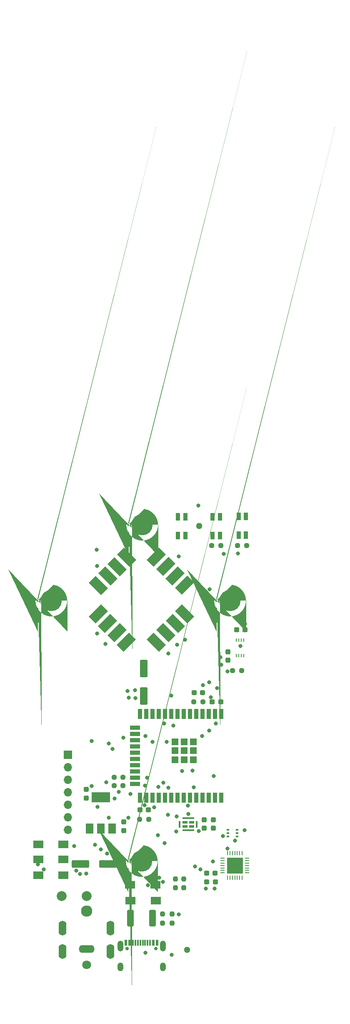
<source format=gbr>
%TF.GenerationSoftware,KiCad,Pcbnew,(6.0.6-0)*%
%TF.CreationDate,2022-07-27T22:33:04+02:00*%
%TF.ProjectId,GlowTowerPCB,476c6f77-546f-4776-9572-5043422e6b69,rev?*%
%TF.SameCoordinates,Original*%
%TF.FileFunction,Soldermask,Top*%
%TF.FilePolarity,Negative*%
%FSLAX46Y46*%
G04 Gerber Fmt 4.6, Leading zero omitted, Abs format (unit mm)*
G04 Created by KiCad (PCBNEW (6.0.6-0)) date 2022-07-27 22:33:04*
%MOMM*%
%LPD*%
G01*
G04 APERTURE LIST*
G04 Aperture macros list*
%AMRoundRect*
0 Rectangle with rounded corners*
0 $1 Rounding radius*
0 $2 $3 $4 $5 $6 $7 $8 $9 X,Y pos of 4 corners*
0 Add a 4 corners polygon primitive as box body*
4,1,4,$2,$3,$4,$5,$6,$7,$8,$9,$2,$3,0*
0 Add four circle primitives for the rounded corners*
1,1,$1+$1,$2,$3*
1,1,$1+$1,$4,$5*
1,1,$1+$1,$6,$7*
1,1,$1+$1,$8,$9*
0 Add four rect primitives between the rounded corners*
20,1,$1+$1,$2,$3,$4,$5,0*
20,1,$1+$1,$4,$5,$6,$7,0*
20,1,$1+$1,$6,$7,$8,$9,0*
20,1,$1+$1,$8,$9,$2,$3,0*%
%AMRotRect*
0 Rectangle, with rotation*
0 The origin of the aperture is its center*
0 $1 length*
0 $2 width*
0 $3 Rotation angle, in degrees counterclockwise*
0 Add horizontal line*
21,1,$1,$2,0,0,$3*%
%AMFreePoly0*
4,1,112,3.105582,3.191654,3.458980,3.129341,3.803230,3.028022,4.134041,2.888962,4.447289,2.713894,4.739071,2.504999,5.005748,2.264881,5.243998,1.996534,5.450851,1.703301,5.623729,1.388838,5.760476,1.057065,5.859388,0.712116,5.919233,0.358291,5.939265,0.000000,5.938012,-0.089748,5.907984,-0.447339,5.838283,-0.799355,5.729777,-1.141408,5.583820,-1.469234,5.402230,-1.778747,
5.187270,-2.066090,4.941620,-2.327680,4.668342,-2.560258,4.370841,-2.760925,4.052827,-2.927179,3.718263,-3.056948,3.371318,-3.148614,3.016317,-3.201036,2.657686,-3.213560,2.299893,-3.186029,1.947399,-3.118788,1.604597,-3.012673,1.275760,-2.869007,0.964987,-2.689582,0.676150,-2.476634,0.412851,-2.232816,0.178371,-1.961168,-0.024367,-1.665076,-0.192837,-1.348230,-0.324939,-1.014580,
-0.419026,-0.668283,-0.473925,-0.313657,-0.481420,-0.134825,-0.481581,-0.134460,-0.499164,0.000000,0.505984,0.000000,0.524968,-0.289640,0.581595,-0.574324,0.674897,-0.849181,0.803276,-1.109508,0.964536,-1.350851,1.155919,-1.569081,1.374149,-1.760464,1.615492,-1.921724,1.875819,-2.050103,2.150676,-2.143405,2.435360,-2.200032,2.725000,-2.219016,3.014640,-2.200032,3.299324,-2.143405,
3.574181,-2.050103,3.834508,-1.921724,4.075851,-1.760464,4.294081,-1.569081,4.485464,-1.350851,4.646724,-1.109508,4.775103,-0.849181,4.868405,-0.574324,4.925032,-0.289640,4.944016,0.000000,4.925032,0.289640,4.868405,0.574324,4.775103,0.849181,4.646724,1.109508,4.485464,1.350851,4.294081,1.569081,4.075851,1.760464,3.834508,1.921724,3.574181,2.050103,3.299324,2.143405,
3.014640,2.200032,2.725000,2.219016,2.435360,2.200032,2.150676,2.143405,1.875819,2.050103,1.615492,1.921724,1.374149,1.760464,1.155919,1.569081,0.964536,1.350851,0.803276,1.109508,0.674897,0.849181,0.581595,0.574324,0.524968,0.289640,0.505984,0.000000,-0.499164,0.000000,-0.499963,0.006109,-0.484897,0.102868,-0.463920,0.402854,-0.399140,0.755809,-0.295421,1.099343,
-0.154055,1.429175,0.023196,1.741194,0.234123,2.031510,0.476097,2.296505,0.746101,2.532875,1.040770,2.737676,1.356433,2.908354,1.689153,3.042782,2.034784,3.139284,2.389018,3.196657,2.747440,3.214187,3.105582,3.191654,3.105582,3.191654,$1*%
G04 Aperture macros list end*
%ADD10R,1.050013X0.550013*%
%ADD11R,0.450013X1.400000*%
%ADD12R,2.400000X0.450013*%
%ADD13R,2.046380X1.620015*%
%ADD14RoundRect,0.237500X0.250000X0.237500X-0.250000X0.237500X-0.250000X-0.237500X0.250000X-0.237500X0*%
%ADD15RoundRect,0.237500X0.237500X-0.250000X0.237500X0.250000X-0.237500X0.250000X-0.237500X-0.250000X0*%
%ADD16RoundRect,0.237500X-0.237500X0.250000X-0.237500X-0.250000X0.237500X-0.250000X0.237500X0.250000X0*%
%ADD17RoundRect,0.250000X0.400000X1.450000X-0.400000X1.450000X-0.400000X-1.450000X0.400000X-1.450000X0*%
%ADD18RotRect,2.000000X3.500000X45.000000*%
%ADD19RoundRect,0.237500X-0.300000X-0.237500X0.300000X-0.237500X0.300000X0.237500X-0.300000X0.237500X0*%
%ADD20FreePoly0,0.000000*%
%ADD21C,4.300000*%
%ADD22RoundRect,0.237500X-0.250000X-0.237500X0.250000X-0.237500X0.250000X0.237500X-0.250000X0.237500X0*%
%ADD23R,1.700000X1.700000*%
%ADD24O,1.700000X1.700000*%
%ADD25R,0.900000X1.500000*%
%ADD26RoundRect,0.237500X0.237500X-0.300000X0.237500X0.300000X-0.237500X0.300000X-0.237500X-0.300000X0*%
%ADD27RotRect,2.000000X3.500000X135.000000*%
%ADD28RoundRect,0.237500X-0.237500X0.300000X-0.237500X-0.300000X0.237500X-0.300000X0.237500X0.300000X0*%
%ADD29RoundRect,0.237500X0.300000X0.237500X-0.300000X0.237500X-0.300000X-0.237500X0.300000X-0.237500X0*%
%ADD30C,2.300000*%
%ADD31O,3.200000X1.600000*%
%ADD32O,1.600000X3.000000*%
%ADD33C,1.800000*%
%ADD34RotRect,2.000000X3.500000X225.000000*%
%ADD35O,1.200000X2.200000*%
%ADD36O,1.200000X1.800000*%
%ADD37R,0.300000X1.300000*%
%ADD38R,0.600000X1.300000*%
%ADD39C,0.700025*%
%ADD40O,0.250013X0.750013*%
%ADD41R,0.900000X2.000000*%
%ADD42R,2.000000X0.900000*%
%ADD43R,1.330000X1.330000*%
%ADD44R,0.900000X0.280010*%
%ADD45R,0.280010X0.900000*%
%ADD46R,3.300000X3.300000*%
%ADD47RotRect,2.000000X3.500000X315.000000*%
%ADD48RoundRect,0.250000X-1.500000X-0.550000X1.500000X-0.550000X1.500000X0.550000X-1.500000X0.550000X0*%
%ADD49RoundRect,0.250000X-0.550000X1.500000X-0.550000X-1.500000X0.550000X-1.500000X0.550000X1.500000X0*%
%ADD50R,0.600000X0.419990*%
%ADD51R,1.500000X2.000000*%
%ADD52R,3.800000X2.000000*%
%ADD53C,2.000000*%
%ADD54C,0.800000*%
%ADD55C,1.300000*%
G04 APERTURE END LIST*
D10*
%TO.C,U10*%
X84185083Y-105025545D03*
X82834816Y-105025545D03*
X82834816Y-105875431D03*
X84185083Y-105875431D03*
D11*
X85234867Y-105450488D03*
D12*
X83509949Y-104225443D03*
D11*
X81785032Y-105450488D03*
D12*
X83509949Y-106675532D03*
%TD*%
D13*
%TO.C,U22*%
X53024569Y-115769975D03*
X58155380Y-115769975D03*
%TD*%
D14*
%TO.C,R2*%
X94342500Y-74270000D03*
X92517500Y-74270000D03*
%TD*%
D15*
%TO.C,R9*%
X82580000Y-118362500D03*
X82580000Y-116537500D03*
%TD*%
D16*
%TO.C,R4*%
X78310000Y-123717500D03*
X78310000Y-125542500D03*
%TD*%
D14*
%TO.C,R5*%
X95382500Y-48870000D03*
X93557500Y-48870000D03*
%TD*%
D17*
%TO.C,F1*%
X76245000Y-124520000D03*
X71795000Y-124520000D03*
%TD*%
D18*
%TO.C,U5*%
X82778671Y-62751329D03*
X80870000Y-64660000D03*
X78961331Y-66568669D03*
X77052661Y-68477338D03*
%TD*%
D19*
%TO.C,C13*%
X93357500Y-65940000D03*
X95082500Y-65940000D03*
%TD*%
D13*
%TO.C,U15*%
X76895431Y-120960025D03*
X71764620Y-120960025D03*
%TD*%
%TO.C,U20*%
X53024569Y-112629975D03*
X58155380Y-112629975D03*
%TD*%
D20*
%TO.C,U14*%
X89302200Y-60000000D03*
D21*
X92029970Y-60002540D03*
%TD*%
D22*
%TO.C,R6*%
X84637500Y-80610000D03*
X86462500Y-80610000D03*
%TD*%
D19*
%TO.C,C11*%
X75436900Y-102524800D03*
X73711900Y-102524800D03*
%TD*%
D23*
%TO.C,J1*%
X59060000Y-91310000D03*
D24*
X59060000Y-93850000D03*
X59060000Y-96390000D03*
X59060000Y-98930000D03*
X59060000Y-101470000D03*
X59060000Y-104010000D03*
X59060000Y-106550000D03*
%TD*%
D25*
%TO.C,SW2*%
X93752436Y-46719924D03*
X93752436Y-42920076D03*
X95252564Y-42920076D03*
X95252564Y-46719924D03*
%TD*%
D13*
%TO.C,U21*%
X53024569Y-109529975D03*
X58155380Y-109529975D03*
%TD*%
D25*
%TO.C,SW3*%
X82937564Y-42980076D03*
X82937564Y-46779924D03*
X81437436Y-42980076D03*
X81437436Y-46779924D03*
%TD*%
D26*
%TO.C,C6*%
X86770000Y-106252500D03*
X86770000Y-104527500D03*
%TD*%
D27*
%TO.C,U8*%
X82750880Y-56893775D03*
X80842211Y-54985105D03*
X78933542Y-53076436D03*
X77024871Y-51167765D03*
%TD*%
D28*
%TO.C,C1*%
X91550000Y-70387500D03*
X91550000Y-72112500D03*
%TD*%
D20*
%TO.C,U12*%
X52992230Y-60000000D03*
D21*
X55720000Y-60002540D03*
%TD*%
D25*
%TO.C,SW1*%
X89947564Y-42980076D03*
X89947564Y-46779924D03*
X88447436Y-42980076D03*
X88447436Y-46779924D03*
%TD*%
D29*
%TO.C,C7*%
X88995000Y-115390000D03*
X87270000Y-115390000D03*
%TD*%
D30*
%TO.C,PWR1*%
X62856627Y-123066452D03*
D31*
X62856627Y-130766477D03*
D32*
X67706767Y-131266604D03*
X67706767Y-126566579D03*
X58006741Y-126566579D03*
X58006741Y-131266604D03*
D33*
X62856627Y-134016668D03*
%TD*%
D29*
%TO.C,C5*%
X90122500Y-80610000D03*
X88397500Y-80610000D03*
%TD*%
D34*
%TO.C,U7*%
X65243990Y-56946009D03*
X67152661Y-55037338D03*
X69061330Y-53128669D03*
X70970000Y-51220000D03*
%TD*%
D35*
%TO.C,USB1*%
X78340041Y-130232408D03*
X69699959Y-130232408D03*
D36*
X78340041Y-134412494D03*
X69699959Y-134412494D03*
D37*
X72269936Y-129489964D03*
X73269936Y-129489964D03*
X74770064Y-129489964D03*
X75770064Y-129489964D03*
D38*
X76420051Y-129489964D03*
X77219898Y-129489964D03*
D37*
X75269936Y-129489964D03*
X74269936Y-129489964D03*
X73770064Y-129489964D03*
X72770064Y-129489964D03*
D38*
X71619949Y-129489964D03*
X70820102Y-129489964D03*
D39*
X71129982Y-130732535D03*
X76910018Y-130732535D03*
%TD*%
D22*
%TO.C,R10*%
X68437500Y-97640000D03*
X70262500Y-97640000D03*
%TD*%
D40*
%TO.C,U1*%
X93308039Y-71179911D03*
X93808166Y-71179911D03*
X94308039Y-71179911D03*
X94808166Y-71179911D03*
X94808166Y-68080089D03*
X94308039Y-68080089D03*
X93808166Y-68080089D03*
X93308039Y-68080089D03*
%TD*%
D22*
%TO.C,R7*%
X75486900Y-104444800D03*
X73661900Y-104444800D03*
%TD*%
D28*
%TO.C,C10*%
X62750000Y-98407500D03*
X62750000Y-100132500D03*
%TD*%
D41*
%TO.C,U2*%
X90183300Y-83025100D03*
X88913300Y-83025100D03*
X87643300Y-83025100D03*
X86373300Y-83025100D03*
X85103300Y-83025100D03*
X83833300Y-83025100D03*
X82563300Y-83025100D03*
X81293300Y-83025100D03*
X80023300Y-83025100D03*
X78753300Y-83025100D03*
X77483300Y-83025100D03*
X76213300Y-83025100D03*
X74943300Y-83025100D03*
X73673300Y-83025100D03*
D42*
X72673300Y-85810100D03*
X72673300Y-87080100D03*
X72673300Y-88350100D03*
X72673300Y-89620100D03*
X72673300Y-90890100D03*
X72673300Y-92160100D03*
X72673300Y-93430100D03*
X72673300Y-94700100D03*
X72673300Y-95970100D03*
X72673300Y-97240100D03*
D41*
X73673300Y-100025100D03*
X74943300Y-100025100D03*
X76213300Y-100025100D03*
X77483300Y-100025100D03*
X78753300Y-100025100D03*
X80023300Y-100025100D03*
X81293300Y-100025100D03*
X82563300Y-100025100D03*
X83833300Y-100025100D03*
X85103300Y-100025100D03*
X86373300Y-100025100D03*
X87643300Y-100025100D03*
X88913300Y-100025100D03*
X90183300Y-100025100D03*
D43*
X84518300Y-90525100D03*
X80848300Y-90525100D03*
X80848300Y-88690100D03*
X82683300Y-92360100D03*
X82683300Y-90525100D03*
X84518300Y-88690100D03*
X82683300Y-88690100D03*
X84518300Y-92360100D03*
X80848300Y-92360100D03*
%TD*%
D13*
%TO.C,U16*%
X76845431Y-117770025D03*
X71714620Y-117770025D03*
%TD*%
D22*
%TO.C,R1*%
X88317500Y-48870000D03*
X90142500Y-48870000D03*
%TD*%
D44*
%TO.C,U3*%
X90480352Y-112325933D03*
X90480352Y-112826314D03*
X90480352Y-113326695D03*
X90480352Y-113827076D03*
X90480352Y-114327457D03*
X90480352Y-114827838D03*
X90480352Y-115328219D03*
D45*
X91479082Y-116327203D03*
X91979463Y-116327203D03*
X92479844Y-116327203D03*
X92980225Y-116327203D03*
X93480606Y-116327203D03*
X93980987Y-116327203D03*
X94481368Y-116327203D03*
D44*
X95480352Y-115328219D03*
X95480352Y-114827838D03*
X95480352Y-114327457D03*
X95480352Y-113827076D03*
X95480352Y-113326695D03*
X95480352Y-112826314D03*
X95480352Y-112325933D03*
D45*
X94481368Y-111327203D03*
X93980987Y-111327203D03*
X93480606Y-111327203D03*
X92980225Y-111327203D03*
X92479844Y-111327203D03*
X91979463Y-111327203D03*
X91479082Y-111327203D03*
D46*
X92980225Y-113827076D03*
%TD*%
D16*
%TO.C,R3*%
X80210000Y-123717500D03*
X80210000Y-125542500D03*
%TD*%
D47*
%TO.C,U6*%
X65232662Y-62732661D03*
X67141331Y-64641331D03*
X69050000Y-66550000D03*
X70958671Y-68458671D03*
%TD*%
D48*
%TO.C,C2*%
X61580000Y-113490000D03*
X67180000Y-113490000D03*
%TD*%
D16*
%TO.C,R8*%
X80870000Y-116537500D03*
X80870000Y-118362500D03*
%TD*%
D20*
%TO.C,U13*%
X71402200Y-44580000D03*
D21*
X74129970Y-44582540D03*
%TD*%
D49*
%TO.C,C3*%
X74440000Y-73780000D03*
X74440000Y-79380000D03*
%TD*%
D28*
%TO.C,C9*%
X70400000Y-104987500D03*
X70400000Y-106712500D03*
%TD*%
D50*
%TO.C,U9*%
X91560038Y-106620013D03*
X91560038Y-107270000D03*
X91560038Y-107919987D03*
X93459962Y-107919987D03*
X93459962Y-107270000D03*
X93459962Y-106620013D03*
%TD*%
D51*
%TO.C,U4*%
X63470000Y-106292500D03*
X65770000Y-106292500D03*
X68070000Y-106292500D03*
D52*
X65770000Y-99992500D03*
%TD*%
D19*
%TO.C,C8*%
X84687500Y-78750000D03*
X86412500Y-78750000D03*
%TD*%
D20*
%TO.C,U11*%
X71362200Y-112900000D03*
D21*
X74089970Y-112902540D03*
%TD*%
D19*
%TO.C,C4*%
X87277500Y-117150000D03*
X89002500Y-117150000D03*
%TD*%
D53*
%TO.C,F2*%
X57789865Y-120029876D03*
X62869875Y-120029876D03*
%TD*%
D14*
%TO.C,R11*%
X70262500Y-95930000D03*
X68437500Y-95930000D03*
%TD*%
D26*
%TO.C,C12*%
X88580000Y-106252500D03*
X88580000Y-104527500D03*
%TD*%
D54*
X71729600Y-99263200D03*
X74642879Y-101550609D03*
D55*
X83260000Y-130960000D03*
X85760000Y-44840000D03*
D54*
X66870000Y-96930000D03*
X95090000Y-64724500D03*
X65050000Y-101890000D03*
X83520000Y-103340000D03*
X82240000Y-94640000D03*
X83491860Y-101697402D03*
X71310000Y-104130000D03*
X63910000Y-97670000D03*
X88570000Y-113010000D03*
X65750000Y-110590000D03*
X81560000Y-123780000D03*
X64600000Y-109630000D03*
X84390000Y-94570000D03*
X85570000Y-40700000D03*
X76580000Y-102020000D03*
X84660000Y-97960000D03*
X63910000Y-88510000D03*
X67060000Y-111400000D03*
X87070000Y-118480000D03*
X68520000Y-100270000D03*
X89090000Y-84960000D03*
X88145415Y-79664585D03*
X67390000Y-104120000D03*
X88850000Y-118510000D03*
X89340000Y-77820000D03*
X78680000Y-109270000D03*
X70300000Y-87850000D03*
X77640000Y-116350000D03*
X75300000Y-117860000D03*
X78410000Y-117190000D03*
X61530000Y-115540000D03*
X62760000Y-115510000D03*
X60730000Y-114860000D03*
X52940000Y-113630000D03*
X53024569Y-115769975D03*
X54137272Y-114657272D03*
X75130000Y-96020000D03*
X81190000Y-103840000D03*
X81100000Y-106910000D03*
X77400000Y-97890000D03*
X74850000Y-87520000D03*
X79110000Y-88710000D03*
X86360000Y-87510000D03*
X85689986Y-106829882D03*
X86490000Y-77200000D03*
X94930000Y-106670000D03*
X87740000Y-86400000D03*
X90710000Y-50510000D03*
X78640000Y-84970000D03*
X67350000Y-89040000D03*
X76220000Y-88710000D03*
X68160000Y-90180000D03*
X91460000Y-74390000D03*
X82860000Y-67960000D03*
X88660000Y-95690000D03*
X77330000Y-107720000D03*
X74690000Y-97590000D03*
X78450000Y-96990000D03*
X93590000Y-50450000D03*
X90600000Y-107840000D03*
X94130000Y-69260000D03*
X90210000Y-73020000D03*
X87760000Y-76580000D03*
X80500000Y-85420000D03*
X74810000Y-131540000D03*
X84930000Y-114000000D03*
X85980000Y-114630000D03*
X80130000Y-131980000D03*
X93010000Y-108740000D03*
X91460000Y-110350000D03*
X64960000Y-66720000D03*
X64990000Y-53000000D03*
X87880000Y-57690000D03*
X79470000Y-70780000D03*
X90090000Y-71500000D03*
X80025150Y-79304850D03*
X72680000Y-78250000D03*
X64910000Y-49680000D03*
X71160000Y-78350000D03*
X66720000Y-68840000D03*
X81580000Y-51070000D03*
X72750000Y-79800000D03*
X71450000Y-79720000D03*
X81280000Y-69030000D03*
X69400000Y-98890000D03*
X60320000Y-109880000D03*
X79390000Y-103510000D03*
X79502000Y-98044000D03*
M02*

</source>
